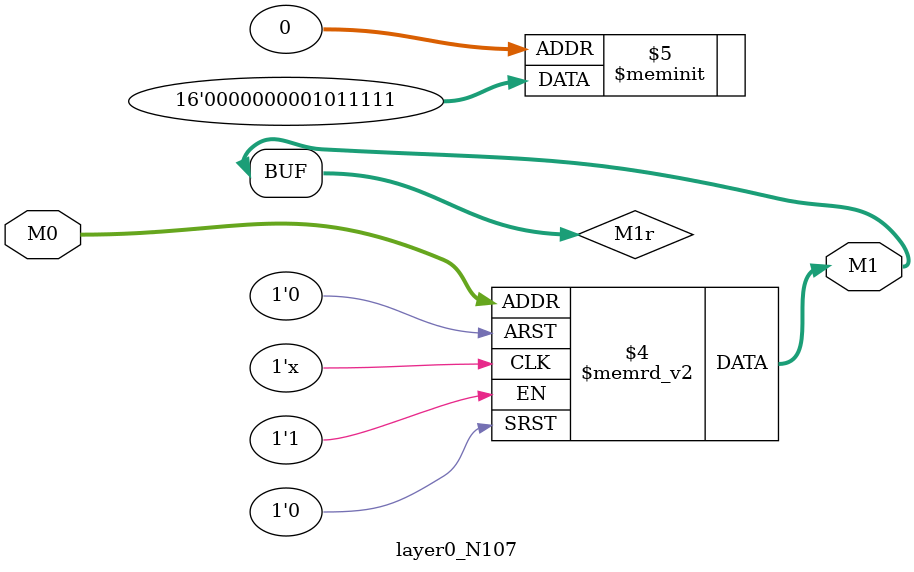
<source format=v>
module layer0_N107 ( input [2:0] M0, output [1:0] M1 );

	(*rom_style = "distributed" *) reg [1:0] M1r;
	assign M1 = M1r;
	always @ (M0) begin
		case (M0)
			3'b000: M1r = 2'b11;
			3'b100: M1r = 2'b00;
			3'b010: M1r = 2'b01;
			3'b110: M1r = 2'b00;
			3'b001: M1r = 2'b11;
			3'b101: M1r = 2'b00;
			3'b011: M1r = 2'b01;
			3'b111: M1r = 2'b00;

		endcase
	end
endmodule

</source>
